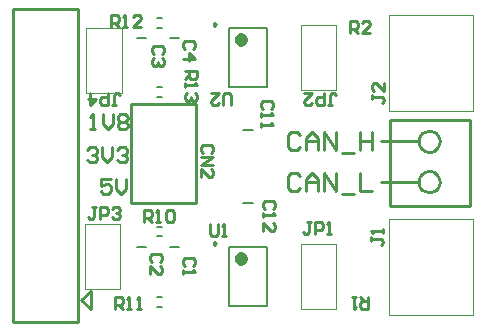
<source format=gto>
G04*
G04 #@! TF.GenerationSoftware,Altium Limited,Altium Designer,20.0.12 (288)*
G04*
G04 Layer_Color=65535*
%FSLAX25Y25*%
%MOIN*%
G70*
G01*
G75*
%ADD10C,0.01000*%
%ADD11C,0.00984*%
%ADD12C,0.02362*%
%ADD13C,0.00787*%
%ADD14C,0.00394*%
D10*
X329138Y402544D02*
X328995Y403540D01*
X328577Y404456D01*
X327918Y405216D01*
X327072Y405760D01*
X326106Y406044D01*
X325100D01*
X324134Y405760D01*
X323288Y405216D01*
X322629Y404456D01*
X322211Y403540D01*
X322067Y402544D01*
X322211Y401548D01*
X322629Y400633D01*
X323288Y399872D01*
X324134Y399328D01*
X325100Y399045D01*
X326106D01*
X327072Y399328D01*
X327918Y399872D01*
X328577Y400633D01*
X328995Y401548D01*
X329138Y402544D01*
Y416044D02*
X328995Y417040D01*
X328577Y417956D01*
X327918Y418716D01*
X327072Y419260D01*
X326106Y419544D01*
X325100D01*
X324134Y419260D01*
X323288Y418716D01*
X322629Y417956D01*
X322211Y417040D01*
X322067Y416044D01*
X322211Y415048D01*
X322629Y414133D01*
X323288Y413372D01*
X324134Y412828D01*
X325100Y412545D01*
X326106D01*
X327072Y412828D01*
X327918Y413372D01*
X328577Y414133D01*
X328995Y415048D01*
X329138Y416044D01*
X309603Y402544D02*
X322103D01*
X309603Y416044D02*
X321603D01*
X312603Y423044D02*
X339103D01*
Y394544D02*
Y423044D01*
X312603Y394544D02*
X339103D01*
X312603D02*
Y423044D01*
X247851Y395544D02*
Y428544D01*
X226103D02*
X247851D01*
X229902Y395544D02*
X247851D01*
X226103Y399343D02*
Y428544D01*
Y395544D02*
X229902D01*
X226103D02*
Y399343D01*
X186855Y355944D02*
X208503D01*
X208503Y460044D02*
X208503Y355944D01*
X186855Y460044D02*
X208503D01*
X186855D02*
X186855Y355944D01*
X209603Y363144D02*
X212703Y360044D01*
X209603Y363144D02*
X212703Y366244D01*
Y360044D02*
Y366244D01*
X273436Y393377D02*
X274102Y394043D01*
Y395376D01*
X273436Y396043D01*
X270770D01*
X270104Y395376D01*
Y394043D01*
X270770Y393377D01*
X270104Y392044D02*
Y390711D01*
Y391377D01*
X274102D01*
X273436Y392044D01*
X270104Y386046D02*
Y388712D01*
X272769Y386046D01*
X273436D01*
X274102Y386712D01*
Y388045D01*
X273436Y388712D01*
X214437Y394044D02*
X213104D01*
X213771D01*
Y390711D01*
X213104Y390045D01*
X212438D01*
X211771Y390711D01*
X215770Y390045D02*
Y394044D01*
X217769D01*
X218436Y393377D01*
Y392044D01*
X217769Y391378D01*
X215770D01*
X219769Y393377D02*
X220435Y394044D01*
X221768D01*
X222435Y393377D01*
Y392711D01*
X221768Y392044D01*
X221102D01*
X221768D01*
X222435Y391378D01*
Y390711D01*
X221768Y390045D01*
X220435D01*
X219769Y390711D01*
X286169Y389143D02*
X284836D01*
X285502D01*
Y385811D01*
X284836Y385144D01*
X284169D01*
X283503Y385811D01*
X287502Y385144D02*
Y389143D01*
X289501D01*
X290167Y388476D01*
Y387144D01*
X289501Y386477D01*
X287502D01*
X291500Y385144D02*
X292833D01*
X292167D01*
Y389143D01*
X291500Y388476D01*
X306104Y384044D02*
Y382711D01*
Y383378D01*
X309436D01*
X310102Y382711D01*
Y382045D01*
X309436Y381378D01*
X310102Y385377D02*
Y386710D01*
Y386044D01*
X306104D01*
X306770Y385377D01*
X235936Y375711D02*
X236602Y376377D01*
Y377710D01*
X235936Y378377D01*
X233270D01*
X232604Y377710D01*
Y376377D01*
X233270Y375711D01*
X232604Y371712D02*
Y374378D01*
X235269Y371712D01*
X235936D01*
X236602Y372378D01*
Y373711D01*
X235936Y374378D01*
X246936Y374544D02*
X247602Y375211D01*
Y376544D01*
X246936Y377210D01*
X244270D01*
X243604Y376544D01*
Y375211D01*
X244270Y374544D01*
X243604Y373211D02*
Y371878D01*
Y372545D01*
X247602D01*
X246936Y373211D01*
X282602Y404542D02*
X281602Y405542D01*
X279603D01*
X278603Y404542D01*
Y400544D01*
X279603Y399544D01*
X281602D01*
X282602Y400544D01*
X284601Y399544D02*
Y403543D01*
X286600Y405542D01*
X288600Y403543D01*
Y399544D01*
Y402543D01*
X284601D01*
X290599Y399544D02*
Y405542D01*
X294598Y399544D01*
Y405542D01*
X296597Y398544D02*
X300596D01*
X302595Y405542D02*
Y399544D01*
X306594D01*
X282602Y418042D02*
X281602Y419042D01*
X279603D01*
X278603Y418042D01*
Y414044D01*
X279603Y413044D01*
X281602D01*
X282602Y414044D01*
X284601Y413044D02*
Y417043D01*
X286600Y419042D01*
X288600Y417043D01*
Y413044D01*
Y416043D01*
X284601D01*
X290599Y413044D02*
Y419042D01*
X294598Y413044D01*
Y419042D01*
X296597Y412044D02*
X300596D01*
X302595Y419042D02*
Y413044D01*
Y416043D01*
X306594D01*
Y419042D01*
Y413044D01*
X219435Y403543D02*
X216103D01*
Y401043D01*
X217769Y401876D01*
X218602D01*
X219435Y401043D01*
Y399377D01*
X218602Y398544D01*
X216936D01*
X216103Y399377D01*
X221101Y403543D02*
Y400210D01*
X222767Y398544D01*
X224434Y400210D01*
Y403543D01*
X211603Y413209D02*
X212436Y414043D01*
X214102D01*
X214935Y413209D01*
Y412376D01*
X214102Y411543D01*
X213269D01*
X214102D01*
X214935Y410710D01*
Y409877D01*
X214102Y409044D01*
X212436D01*
X211603Y409877D01*
X216601Y414043D02*
Y410710D01*
X218267Y409044D01*
X219934Y410710D01*
Y414043D01*
X221600Y413209D02*
X222433Y414043D01*
X224099D01*
X224932Y413209D01*
Y412376D01*
X224099Y411543D01*
X223266D01*
X224099D01*
X224932Y410710D01*
Y409877D01*
X224099Y409044D01*
X222433D01*
X221600Y409877D01*
X212603Y420044D02*
X214269D01*
X213436D01*
Y425043D01*
X212603Y424209D01*
X216768Y425043D02*
Y421710D01*
X218434Y420044D01*
X220100Y421710D01*
Y425043D01*
X221767Y424209D02*
X222600Y425043D01*
X224266D01*
X225099Y424209D01*
Y423377D01*
X224266Y422543D01*
X225099Y421710D01*
Y420877D01*
X224266Y420044D01*
X222600D01*
X221767Y420877D01*
Y421710D01*
X222600Y422543D01*
X221767Y423377D01*
Y424209D01*
X222600Y422543D02*
X224266D01*
X259435Y428045D02*
Y431377D01*
X258769Y432044D01*
X257436D01*
X256769Y431377D01*
Y428045D01*
X252771Y432044D02*
X255436D01*
X252771Y429378D01*
Y428711D01*
X253437Y428045D01*
X254770D01*
X255436Y428711D01*
X272936Y426710D02*
X273602Y427377D01*
Y428710D01*
X272936Y429376D01*
X270270D01*
X269604Y428710D01*
Y427377D01*
X270270Y426710D01*
X269604Y425377D02*
Y424045D01*
Y424711D01*
X273602D01*
X272936Y425377D01*
X269604Y422045D02*
Y420712D01*
Y421379D01*
X273602D01*
X272936Y422045D01*
X244104Y439543D02*
X248102D01*
Y437543D01*
X247436Y436877D01*
X246103D01*
X245437Y437543D01*
Y439543D01*
Y438210D02*
X244104Y436877D01*
Y435544D02*
Y434211D01*
Y434877D01*
X248102D01*
X247436Y435544D01*
Y432212D02*
X248102Y431545D01*
Y430212D01*
X247436Y429546D01*
X246769D01*
X246103Y430212D01*
Y430879D01*
Y430212D01*
X245437Y429546D01*
X244770D01*
X244104Y430212D01*
Y431545D01*
X244770Y432212D01*
X219605Y454045D02*
Y458044D01*
X221604D01*
X222270Y457377D01*
Y456044D01*
X221604Y455378D01*
X219605D01*
X220937D02*
X222270Y454045D01*
X223603D02*
X224936D01*
X224270D01*
Y458044D01*
X223603Y457377D01*
X229601Y454045D02*
X226936D01*
X229601Y456711D01*
Y457377D01*
X228935Y458044D01*
X227602D01*
X226936Y457377D01*
X220771Y360045D02*
Y364044D01*
X222770D01*
X223437Y363377D01*
Y362044D01*
X222770Y361378D01*
X220771D01*
X222104D02*
X223437Y360045D01*
X224770D02*
X226103D01*
X225436D01*
Y364044D01*
X224770Y363377D01*
X228102Y360045D02*
X229435D01*
X228768D01*
Y364044D01*
X228102Y363377D01*
X230605Y389045D02*
Y393044D01*
X232604D01*
X233270Y392377D01*
Y391044D01*
X232604Y390378D01*
X230605D01*
X231938D02*
X233270Y389045D01*
X234603D02*
X235936D01*
X235270D01*
Y393044D01*
X234603Y392377D01*
X237935D02*
X238602Y393044D01*
X239935D01*
X240601Y392377D01*
Y389711D01*
X239935Y389045D01*
X238602D01*
X237935Y389711D01*
Y392377D01*
X252437Y388544D02*
Y385211D01*
X253104Y384545D01*
X254436D01*
X255103Y385211D01*
Y388544D01*
X256436Y384545D02*
X257769D01*
X257102D01*
Y388544D01*
X256436Y387877D01*
X299271Y452045D02*
Y456044D01*
X301270D01*
X301937Y455377D01*
Y454044D01*
X301270Y453378D01*
X299271D01*
X300604D02*
X301937Y452045D01*
X305935D02*
X303269D01*
X305935Y454711D01*
Y455377D01*
X305269Y456044D01*
X303936D01*
X303269Y455377D01*
X305269Y364044D02*
Y360045D01*
X303269D01*
X302603Y360711D01*
Y362044D01*
X303269Y362711D01*
X305269D01*
X303936D02*
X302603Y364044D01*
X301270D02*
X299937D01*
X300604D01*
Y360045D01*
X301270Y360711D01*
X219769Y428045D02*
X221102D01*
X220435D01*
Y431377D01*
X221102Y432044D01*
X221768D01*
X222435Y431377D01*
X218436Y432044D02*
Y428045D01*
X216437D01*
X215770Y428711D01*
Y430044D01*
X216437Y430711D01*
X218436D01*
X212438Y432044D02*
Y428045D01*
X214437Y430044D01*
X211771D01*
X291769Y428045D02*
X293102D01*
X292435D01*
Y431377D01*
X293102Y432044D01*
X293768D01*
X294435Y431377D01*
X290436Y432044D02*
Y428045D01*
X288437D01*
X287770Y428711D01*
Y430044D01*
X288437Y430711D01*
X290436D01*
X283771Y432044D02*
X286437D01*
X283771Y429378D01*
Y428711D01*
X284438Y428045D01*
X285771D01*
X286437Y428711D01*
X306604Y431378D02*
Y430045D01*
Y430711D01*
X309936D01*
X310602Y430045D01*
Y429378D01*
X309936Y428712D01*
X310602Y435377D02*
Y432711D01*
X307937Y435377D01*
X307270D01*
X306604Y434710D01*
Y433377D01*
X307270Y432711D01*
X252936Y412210D02*
X253602Y412877D01*
Y414209D01*
X252936Y414876D01*
X250270D01*
X249604Y414209D01*
Y412877D01*
X250270Y412210D01*
X249604Y410877D02*
X253602D01*
X249604Y408211D01*
X253602D01*
X249604Y404213D02*
Y406878D01*
X252269Y404213D01*
X252936D01*
X253602Y404879D01*
Y406212D01*
X252936Y406878D01*
X246936Y446711D02*
X247602Y447377D01*
Y448710D01*
X246936Y449376D01*
X244270D01*
X243604Y448710D01*
Y447377D01*
X244270Y446711D01*
X243604Y443378D02*
X247602D01*
X245603Y445378D01*
Y442712D01*
X236436Y445211D02*
X237102Y445877D01*
Y447210D01*
X236436Y447877D01*
X233770D01*
X233104Y447210D01*
Y445877D01*
X233770Y445211D01*
X236436Y443878D02*
X237102Y443211D01*
Y441878D01*
X236436Y441212D01*
X235769D01*
X235103Y441878D01*
Y442545D01*
Y441878D01*
X234436Y441212D01*
X233770D01*
X233104Y441878D01*
Y443211D01*
X233770Y443878D01*
D11*
X254473Y381989D02*
X253735Y382415D01*
Y381563D01*
X254473Y381989D01*
Y454989D02*
X253735Y455415D01*
Y454563D01*
X254473Y454989D01*
D12*
X263922Y376950D02*
X263477Y377873D01*
X262478Y378101D01*
X261677Y377462D01*
Y376437D01*
X262478Y375798D01*
X263477Y376026D01*
X263922Y376950D01*
Y449950D02*
X263477Y450873D01*
X262478Y451101D01*
X261677Y450462D01*
Y449437D01*
X262478Y448798D01*
X263477Y449026D01*
X263922Y449950D01*
D13*
X263528Y395343D02*
X266678D01*
X228028Y380843D02*
X231178D01*
X239028D02*
X242178D01*
X234816Y384469D02*
X236390D01*
X234816Y387619D02*
X236390D01*
X234816Y360969D02*
X236390D01*
X234816Y364119D02*
X236390D01*
X258804Y361202D02*
Y380887D01*
X271402Y361202D02*
Y380887D01*
X258804D02*
X271402D01*
X258804Y361202D02*
X271402D01*
X258804Y434202D02*
Y453887D01*
X271402Y434202D02*
Y453887D01*
X258804D02*
X271402D01*
X258804Y434202D02*
X271402D01*
X263528Y419745D02*
X266678D01*
X234816Y453969D02*
X236390D01*
X234816Y457119D02*
X236390D01*
X239028Y450343D02*
X242178D01*
X228028D02*
X231178D01*
X234816Y430969D02*
X236390D01*
X234816Y434119D02*
X236390D01*
D14*
X210697Y366796D02*
X217489D01*
X210697D02*
X210697Y388450D01*
X222509D01*
X222509Y366796D01*
X217489D02*
X222509D01*
X289489Y360296D02*
X294509D01*
X294509Y381950D02*
X294509Y360296D01*
X282697Y381950D02*
X294509D01*
X282697Y360296D02*
X282697Y381950D01*
X282697Y360296D02*
X289489D01*
X312103Y390044D02*
X328442D01*
X312103Y358044D02*
Y390044D01*
Y358044D02*
X340103D01*
Y390044D01*
X328442D02*
X340103D01*
X312103Y458044D02*
X328442D01*
X312103Y426044D02*
Y458044D01*
Y426044D02*
X340103D01*
Y458044D01*
X328442D02*
X340103D01*
X282697Y433296D02*
X289489Y433296D01*
X282697Y433296D02*
Y454950D01*
X294509D01*
Y433296D02*
Y454950D01*
X289489Y433296D02*
X294509Y433296D01*
X211197Y432296D02*
X217989D01*
X211197D02*
X211197Y453950D01*
X223008D01*
X223008Y432296D01*
X217989D02*
X223008D01*
M02*

</source>
